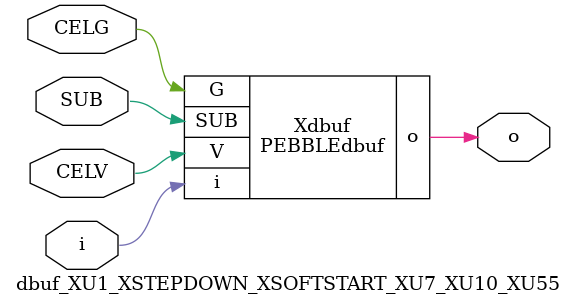
<source format=v>



module PEBBLEdbuf ( o, G, SUB, V, i );

  input V;
  input i;
  input G;
  output o;
  input SUB;
endmodule

//Celera Confidential Do Not Copy dbuf_XU1_XSTEPDOWN_XSOFTSTART_XU7_XU10_XU55
//Celera Confidential Symbol Generator
//Digital Buffer
module dbuf_XU1_XSTEPDOWN_XSOFTSTART_XU7_XU10_XU55 (CELV,CELG,i,o,SUB);
input CELV;
input CELG;
input i;
input SUB;
output o;

//Celera Confidential Do Not Copy dbuf
PEBBLEdbuf Xdbuf(
.V (CELV),
.i (i),
.o (o),
.SUB (SUB),
.G (CELG)
);
//,diesize,PEBBLEdbuf

//Celera Confidential Do Not Copy Module End
//Celera Schematic Generator
endmodule

</source>
